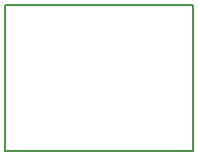
<source format=gko>
G04 Layer: BoardOutlineLayer*
G04 EasyEDA Pro v2.2.45.4, 2025-12-23 10:37:26*
G04 Gerber Generator version 0.3*
G04 Scale: 100 percent, Rotated: No, Reflected: No*
G04 Dimensions in millimeters*
G04 Leading zeros omitted, absolute positions, 4 integers and 5 decimals*
G04 Generated by one-click*
%FSLAX45Y45*%
%MOMM*%
%ADD10C,0.127*%
%ADD11C,0.9981*%
G75*


G04 PolygonModel Start*
G54D10*
G01X0Y-326D02*
G01X0Y-1235809D01*
G01X1587500Y-1235809D01*
G01X1587500Y-326D01*
G01X0Y-326D01*

M02*


</source>
